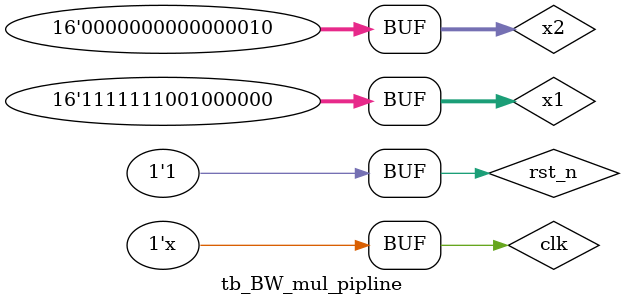
<source format=v>
module tb_BW_mul_pipline;
parameter WIDTH = 16;


    reg clk ,rst_n;
    reg [WIDTH-1:0] x1, x2;
    wire [2*WIDTH-1:0] pout;

    //输出计算得到的高16位数据
    wire [WIDTH-1:0] mul_out;


    initial begin
        clk = 0;
        rst_n = 1;
        x1 = 2;
        x2 = 2;
        
        #1 rst_n = 0;
        #2 rst_n = 1;

        repeat (5) begin
            #20 x1 = x1 + 10;
        end

        repeat (5) begin
            #20 x1 = x1 - 100;
        end
    end


    BW_mul_pipline #(
        .WIDTH(WIDTH)
    ) mul_pip (
        .clk(clk),
        .rst_n(rst_n),
        .X_wire(x1),
        .Y_wire(x2),
        .P(pout),
        .mul_out(mul_out)
    );

    always #5 clk = ~clk;

endmodule

//vlog .\tb_BW_mul_pipline.v .\BW_mul_pipline.v
//  vsim .\tb_BW_mul_pipline.v   -voptargs=+acc
</source>
